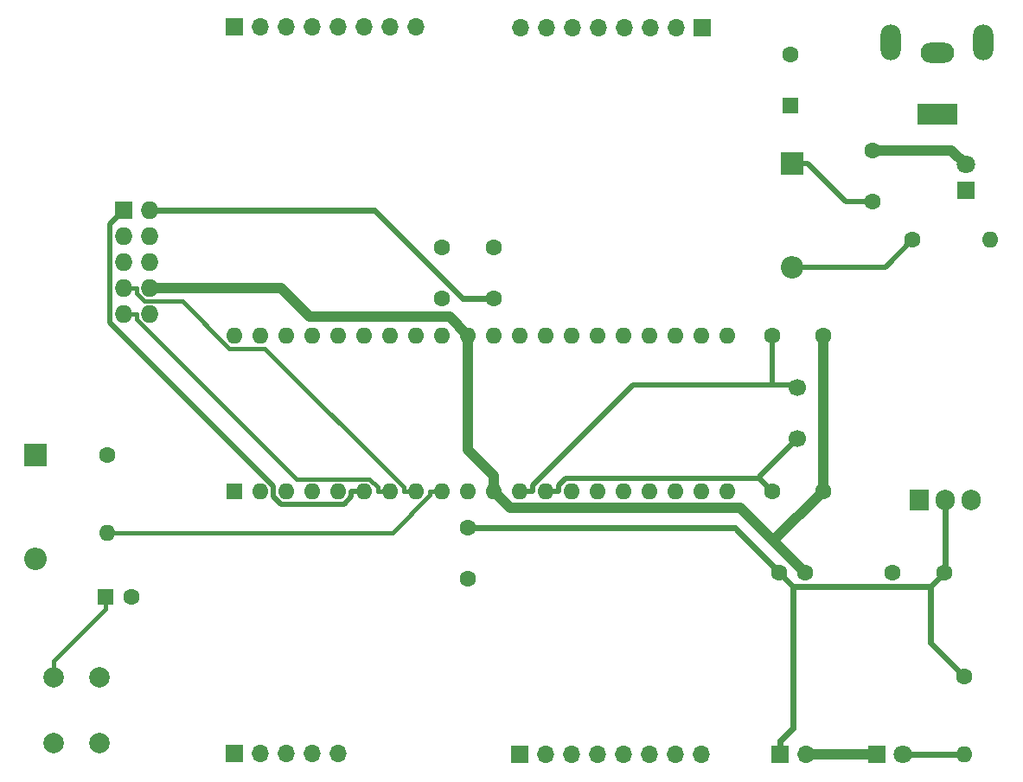
<source format=gbr>
%TF.GenerationSoftware,KiCad,Pcbnew,5.1.4-3.fc30*%
%TF.CreationDate,2019-10-13T04:16:58+02:00*%
%TF.ProjectId,avr_dev_board_atmega16,6176725f-6465-4765-9f62-6f6172645f61,1_0*%
%TF.SameCoordinates,PX2652348PY7832370*%
%TF.FileFunction,Copper,L1,Top*%
%TF.FilePolarity,Positive*%
%FSLAX46Y46*%
G04 Gerber Fmt 4.6, Leading zero omitted, Abs format (unit mm)*
G04 Created by KiCad (PCBNEW 5.1.4-3.fc30) date 2019-10-13 04:16:58*
%MOMM*%
%LPD*%
G04 APERTURE LIST*
%TA.AperFunction,ComponentPad*%
%ADD10O,1.905000X2.000000*%
%TD*%
%TA.AperFunction,ComponentPad*%
%ADD11R,1.905000X2.000000*%
%TD*%
%TA.AperFunction,ComponentPad*%
%ADD12O,1.600000X1.600000*%
%TD*%
%TA.AperFunction,ComponentPad*%
%ADD13C,1.600000*%
%TD*%
%TA.AperFunction,ComponentPad*%
%ADD14O,2.000000X3.500000*%
%TD*%
%TA.AperFunction,ComponentPad*%
%ADD15O,3.300000X2.000000*%
%TD*%
%TA.AperFunction,ComponentPad*%
%ADD16R,4.000000X2.000000*%
%TD*%
%TA.AperFunction,ComponentPad*%
%ADD17C,1.800000*%
%TD*%
%TA.AperFunction,ComponentPad*%
%ADD18R,1.800000X1.800000*%
%TD*%
%TA.AperFunction,ComponentPad*%
%ADD19O,2.200000X2.200000*%
%TD*%
%TA.AperFunction,ComponentPad*%
%ADD20R,2.200000X2.200000*%
%TD*%
%TA.AperFunction,ComponentPad*%
%ADD21R,1.600000X1.600000*%
%TD*%
%TA.AperFunction,ComponentPad*%
%ADD22C,1.700000*%
%TD*%
%TA.AperFunction,ComponentPad*%
%ADD23O,1.727200X1.727200*%
%TD*%
%TA.AperFunction,ComponentPad*%
%ADD24R,1.727200X1.727200*%
%TD*%
%TA.AperFunction,ComponentPad*%
%ADD25O,1.700000X1.700000*%
%TD*%
%TA.AperFunction,ComponentPad*%
%ADD26R,1.700000X1.700000*%
%TD*%
%TA.AperFunction,ComponentPad*%
%ADD27C,2.000000*%
%TD*%
%TA.AperFunction,Conductor*%
%ADD28C,0.400000*%
%TD*%
%TA.AperFunction,Conductor*%
%ADD29C,1.000000*%
%TD*%
%TA.AperFunction,Conductor*%
%ADD30C,0.500000*%
%TD*%
%TA.AperFunction,Conductor*%
%ADD31C,0.600000*%
%TD*%
G04 APERTURE END LIST*
D10*
%TO.P,U2,3*%
%TO.N,Net-(C7-Pad1)*%
X95420400Y28818800D03*
%TO.P,U2,2*%
%TO.N,+5V*%
X92880400Y28818800D03*
D11*
%TO.P,U2,1*%
%TO.N,GND*%
X90340400Y28818800D03*
%TD*%
D12*
%TO.P,R3,2*%
%TO.N,Net-(D4-Pad2)*%
X94765400Y3959800D03*
D13*
%TO.P,R3,1*%
%TO.N,+5V*%
X94765400Y11579800D03*
%TD*%
D12*
%TO.P,R2,2*%
%TO.N,Net-(D2-Pad1)*%
X97289400Y54297600D03*
D13*
%TO.P,R2,1*%
%TO.N,Net-(D3-Pad2)*%
X89669400Y54297600D03*
%TD*%
D12*
%TO.P,R1,2*%
%TO.N,/RESET*%
X10807900Y25654000D03*
D13*
%TO.P,R1,1*%
%TO.N,+5V*%
X10807900Y33274000D03*
%TD*%
D14*
%TO.P,J2,MP*%
%TO.N,N/C*%
X87582400Y73598800D03*
X96582400Y73598800D03*
D15*
%TO.P,J2,2*%
%TO.N,GND*%
X92082400Y72598800D03*
D16*
%TO.P,J2,1*%
%TO.N,Net-(D3-Pad2)*%
X92082400Y66598800D03*
%TD*%
D17*
%TO.P,D4,2*%
%TO.N,Net-(D4-Pad2)*%
X88725400Y3959800D03*
D18*
%TO.P,D4,1*%
%TO.N,GND*%
X86185400Y3959800D03*
%TD*%
D19*
%TO.P,D3,2*%
%TO.N,Net-(D3-Pad2)*%
X77869400Y51648400D03*
D20*
%TO.P,D3,1*%
%TO.N,Net-(C7-Pad1)*%
X77869400Y61808400D03*
%TD*%
D17*
%TO.P,D2,2*%
%TO.N,GND*%
X94899400Y61666100D03*
D18*
%TO.P,D2,1*%
%TO.N,Net-(D2-Pad1)*%
X94899400Y59126100D03*
%TD*%
D13*
%TO.P,C10,2*%
%TO.N,GND*%
X87756400Y21709800D03*
%TO.P,C10,1*%
%TO.N,+5V*%
X92756400Y21709800D03*
%TD*%
%TO.P,C9,2*%
%TO.N,GND*%
X79160400Y21709800D03*
%TO.P,C9,1*%
%TO.N,+5V*%
X76660400Y21709800D03*
%TD*%
%TO.P,C8,2*%
%TO.N,GND*%
X85781400Y63054200D03*
%TO.P,C8,1*%
%TO.N,Net-(C7-Pad1)*%
X85781400Y58054200D03*
%TD*%
%TO.P,C7,2*%
%TO.N,GND*%
X77737400Y72442100D03*
D21*
%TO.P,C7,1*%
%TO.N,Net-(C7-Pad1)*%
X77737400Y67442100D03*
%TD*%
D22*
%TO.P,Y1,2*%
%TO.N,Net-(C3-Pad1)*%
X78433400Y39870200D03*
%TO.P,Y1,1*%
%TO.N,Net-(C2-Pad1)*%
X78433400Y34870200D03*
%TD*%
D13*
%TO.P,C3,2*%
%TO.N,GND*%
X80933400Y44940200D03*
%TO.P,C3,1*%
%TO.N,Net-(C3-Pad1)*%
X75933400Y44940200D03*
%TD*%
%TO.P,C2,2*%
%TO.N,GND*%
X80933400Y29700200D03*
%TO.P,C2,1*%
%TO.N,Net-(C2-Pad1)*%
X75933400Y29700200D03*
%TD*%
D23*
%TO.P,J1,10*%
%TO.N,GND*%
X15011600Y47040800D03*
%TO.P,J1,9*%
%TO.N,/MISO*%
X12471600Y47040800D03*
%TO.P,J1,8*%
%TO.N,GND*%
X15011600Y49580800D03*
%TO.P,J1,7*%
%TO.N,/SCK*%
X12471600Y49580800D03*
%TO.P,J1,6*%
%TO.N,GND*%
X15011600Y52120800D03*
%TO.P,J1,5*%
%TO.N,/RESET*%
X12471600Y52120800D03*
%TO.P,J1,4*%
%TO.N,GND*%
X15011600Y54660800D03*
%TO.P,J1,3*%
%TO.N,Net-(J1-Pad3)*%
X12471600Y54660800D03*
%TO.P,J1,2*%
%TO.N,+5V*%
X15011600Y57200800D03*
D24*
%TO.P,J1,1*%
%TO.N,/MOSI*%
X12471600Y57200800D03*
%TD*%
D25*
%TO.P,J6,2*%
%TO.N,GND*%
X79286400Y3959800D03*
D26*
%TO.P,J6,1*%
%TO.N,+5V*%
X76746400Y3959800D03*
%TD*%
D25*
%TO.P,J7,8*%
%TO.N,/PD7*%
X69026300Y3959800D03*
%TO.P,J7,7*%
%TO.N,/PD6*%
X66486300Y3959800D03*
%TO.P,J7,6*%
%TO.N,/PD5*%
X63946300Y3959800D03*
%TO.P,J7,5*%
%TO.N,/PD4*%
X61406300Y3959800D03*
%TO.P,J7,4*%
%TO.N,/PD3*%
X58866300Y3959800D03*
%TO.P,J7,3*%
%TO.N,/PD2*%
X56326300Y3959800D03*
%TO.P,J7,2*%
%TO.N,/PD1*%
X53786300Y3959800D03*
D26*
%TO.P,J7,1*%
%TO.N,/PD0*%
X51246300Y3959800D03*
%TD*%
D25*
%TO.P,J4,8*%
%TO.N,/PC7*%
X51346400Y75079400D03*
%TO.P,J4,7*%
%TO.N,/PC6*%
X53886400Y75079400D03*
%TO.P,J4,6*%
%TO.N,/PC5*%
X56426400Y75079400D03*
%TO.P,J4,5*%
%TO.N,/PC4*%
X58966400Y75079400D03*
%TO.P,J4,4*%
%TO.N,/PC3*%
X61506400Y75079400D03*
%TO.P,J4,3*%
%TO.N,/PC2*%
X64046400Y75079400D03*
%TO.P,J4,2*%
%TO.N,/PC1*%
X66586400Y75079400D03*
D26*
%TO.P,J4,1*%
%TO.N,/PC0*%
X69126400Y75079400D03*
%TD*%
D25*
%TO.P,J3,8*%
%TO.N,/PA7*%
X41072000Y75129400D03*
%TO.P,J3,7*%
%TO.N,/PA6*%
X38532000Y75129400D03*
%TO.P,J3,6*%
%TO.N,/PA5*%
X35992000Y75129400D03*
%TO.P,J3,5*%
%TO.N,/PA4*%
X33452000Y75129400D03*
%TO.P,J3,4*%
%TO.N,/PA3*%
X30912000Y75129400D03*
%TO.P,J3,3*%
%TO.N,/PA2*%
X28372000Y75129400D03*
%TO.P,J3,2*%
%TO.N,/PA1*%
X25832000Y75129400D03*
D26*
%TO.P,J3,1*%
%TO.N,/PA0*%
X23292000Y75129400D03*
%TD*%
D25*
%TO.P,J5,5*%
%TO.N,/PB4*%
X33452000Y4009800D03*
%TO.P,J5,4*%
%TO.N,/PB3*%
X30912000Y4009800D03*
%TO.P,J5,3*%
%TO.N,/PB2*%
X28372000Y4009800D03*
%TO.P,J5,2*%
%TO.N,/PB1*%
X25832000Y4009800D03*
D26*
%TO.P,J5,1*%
%TO.N,/PB0*%
X23292000Y4009800D03*
%TD*%
D27*
%TO.P,SW1,1*%
%TO.N,GND*%
X10113600Y5005800D03*
%TO.P,SW1,2*%
%TO.N,/RESET*%
X5613600Y5005800D03*
%TO.P,SW1,1*%
%TO.N,GND*%
X10113600Y11505800D03*
%TO.P,SW1,2*%
%TO.N,/RESET*%
X5613600Y11505800D03*
%TD*%
D13*
%TO.P,C1,2*%
%TO.N,GND*%
X13168200Y19354800D03*
D21*
%TO.P,C1,1*%
%TO.N,/RESET*%
X10668200Y19354800D03*
%TD*%
D13*
%TO.P,C4,2*%
%TO.N,GND*%
X43612000Y53597800D03*
%TO.P,C4,1*%
%TO.N,Net-(C4-Pad1)*%
X43612000Y48597800D03*
%TD*%
%TO.P,C5,2*%
%TO.N,GND*%
X46152000Y21098000D03*
%TO.P,C5,1*%
%TO.N,+5V*%
X46152000Y26098000D03*
%TD*%
%TO.P,C6,2*%
%TO.N,+5V*%
X48692000Y48597800D03*
%TO.P,C6,1*%
%TO.N,GND*%
X48692000Y53597800D03*
%TD*%
D19*
%TO.P,D1,2*%
%TO.N,/RESET*%
X3822900Y23114000D03*
D20*
%TO.P,D1,1*%
%TO.N,+5V*%
X3822900Y33274000D03*
%TD*%
D12*
%TO.P,U1,40*%
%TO.N,/PA0*%
X23292000Y44940200D03*
%TO.P,U1,20*%
%TO.N,/PD6*%
X71552000Y29700200D03*
%TO.P,U1,39*%
%TO.N,/PA1*%
X25832000Y44940200D03*
%TO.P,U1,19*%
%TO.N,/PD5*%
X69012000Y29700200D03*
%TO.P,U1,38*%
%TO.N,/PA2*%
X28372000Y44940200D03*
%TO.P,U1,18*%
%TO.N,/PD4*%
X66472000Y29700200D03*
%TO.P,U1,37*%
%TO.N,/PA3*%
X30912000Y44940200D03*
%TO.P,U1,17*%
%TO.N,/PD3*%
X63932000Y29700200D03*
%TO.P,U1,36*%
%TO.N,/PA4*%
X33452000Y44940200D03*
%TO.P,U1,16*%
%TO.N,/PD2*%
X61392000Y29700200D03*
%TO.P,U1,35*%
%TO.N,/PA5*%
X35992000Y44940200D03*
%TO.P,U1,15*%
%TO.N,/PD1*%
X58852000Y29700200D03*
%TO.P,U1,34*%
%TO.N,/PA6*%
X38532000Y44940200D03*
%TO.P,U1,14*%
%TO.N,/PD0*%
X56312000Y29700200D03*
%TO.P,U1,33*%
%TO.N,/PA7*%
X41072000Y44940200D03*
%TO.P,U1,13*%
%TO.N,Net-(C2-Pad1)*%
X53772000Y29700200D03*
%TO.P,U1,32*%
%TO.N,Net-(C4-Pad1)*%
X43612000Y44940200D03*
%TO.P,U1,12*%
%TO.N,Net-(C3-Pad1)*%
X51232000Y29700200D03*
%TO.P,U1,31*%
%TO.N,GND*%
X46152000Y44940200D03*
%TO.P,U1,11*%
X48692000Y29700200D03*
%TO.P,U1,30*%
%TO.N,+5V*%
X48692000Y44940200D03*
%TO.P,U1,10*%
X46152000Y29700200D03*
%TO.P,U1,29*%
%TO.N,/PC7*%
X51232000Y44940200D03*
%TO.P,U1,9*%
%TO.N,/RESET*%
X43612000Y29700200D03*
%TO.P,U1,28*%
%TO.N,/PC6*%
X53772000Y44940200D03*
%TO.P,U1,8*%
%TO.N,/SCK*%
X41072000Y29700200D03*
%TO.P,U1,27*%
%TO.N,/PC5*%
X56312000Y44940200D03*
%TO.P,U1,7*%
%TO.N,/MISO*%
X38532000Y29700200D03*
%TO.P,U1,26*%
%TO.N,/PC4*%
X58852000Y44940200D03*
%TO.P,U1,6*%
%TO.N,/MOSI*%
X35992000Y29700200D03*
%TO.P,U1,25*%
%TO.N,/PC3*%
X61392000Y44940200D03*
%TO.P,U1,5*%
%TO.N,/PB4*%
X33452000Y29700200D03*
%TO.P,U1,24*%
%TO.N,/PC2*%
X63932000Y44940200D03*
%TO.P,U1,4*%
%TO.N,/PB3*%
X30912000Y29700200D03*
%TO.P,U1,23*%
%TO.N,/PC1*%
X66472000Y44940200D03*
%TO.P,U1,3*%
%TO.N,/PB2*%
X28372000Y29700200D03*
%TO.P,U1,22*%
%TO.N,/PC0*%
X69012000Y44940200D03*
%TO.P,U1,2*%
%TO.N,/PB1*%
X25832000Y29700200D03*
%TO.P,U1,21*%
%TO.N,/PD7*%
X71552000Y44940200D03*
D21*
%TO.P,U1,1*%
%TO.N,/PB0*%
X23292000Y29700200D03*
%TD*%
D28*
%TO.N,/RESET*%
X10668200Y19354800D02*
X10668200Y18154500D01*
X10668200Y18154500D02*
X5613600Y13099900D01*
X5613600Y13099900D02*
X5613600Y11505800D01*
X42411700Y29700200D02*
X42411700Y29325100D01*
X42411700Y29325100D02*
X38740600Y25654000D01*
X38740600Y25654000D02*
X10807900Y25654000D01*
X43612000Y29700200D02*
X42411700Y29700200D01*
D29*
%TO.N,GND*%
X79286400Y3959800D02*
X86185400Y3959800D01*
X85781400Y63054200D02*
X93511300Y63054200D01*
X93511300Y63054200D02*
X94899400Y61666100D01*
X80933400Y29700200D02*
X80933400Y44940200D01*
X76051700Y24818500D02*
X80933400Y29700200D01*
X46152000Y44940200D02*
X44323200Y46769000D01*
X44323200Y46769000D02*
X30634800Y46769000D01*
X30634800Y46769000D02*
X27823000Y49580800D01*
X27823000Y49580800D02*
X15011600Y49580800D01*
X48692000Y31200500D02*
X46152000Y33740500D01*
X46152000Y33740500D02*
X46152000Y44940200D01*
X48692000Y29700200D02*
X48692000Y31200500D01*
X76051700Y24818500D02*
X72785600Y28084600D01*
X72785600Y28084600D02*
X50307600Y28084600D01*
X50307600Y28084600D02*
X48692000Y29700200D01*
X76051700Y24818500D02*
X79160400Y21709800D01*
D30*
%TO.N,Net-(C2-Pad1)*%
X74683000Y30950600D02*
X75933400Y29700200D01*
X55022300Y29700200D02*
X55022300Y30247200D01*
X55022300Y30247200D02*
X55725700Y30950600D01*
X55725700Y30950600D02*
X74683000Y30950600D01*
X74683000Y30950600D02*
X74683000Y31119800D01*
X74683000Y31119800D02*
X78433400Y34870200D01*
X53772000Y29700200D02*
X55022300Y29700200D01*
D31*
%TO.N,+5V*%
X91456000Y20409400D02*
X92756400Y21709800D01*
X77960800Y20409400D02*
X91456000Y20409400D01*
X91456000Y20409400D02*
X91456000Y14889200D01*
X91456000Y14889200D02*
X94765400Y11579800D01*
X76746400Y3959800D02*
X76746400Y5310100D01*
X77960800Y20409400D02*
X77960800Y6524500D01*
X77960800Y6524500D02*
X76746400Y5310100D01*
X76660400Y21709800D02*
X77960800Y20409400D01*
X46152000Y26098000D02*
X72272200Y26098000D01*
X72272200Y26098000D02*
X76660400Y21709800D01*
X92756400Y21709800D02*
X92880400Y21833800D01*
X92880400Y21833800D02*
X92880400Y28818800D01*
X48692000Y48597800D02*
X45601500Y48597800D01*
X45601500Y48597800D02*
X36998500Y57200800D01*
X36998500Y57200800D02*
X15011600Y57200800D01*
D30*
%TO.N,Net-(D3-Pad2)*%
X77869400Y51648400D02*
X87020200Y51648400D01*
X87020200Y51648400D02*
X89669400Y54297600D01*
%TO.N,/MOSI*%
X35992000Y29700200D02*
X34741700Y29700200D01*
X34741700Y29700200D02*
X34741700Y29153200D01*
X34741700Y29153200D02*
X34009400Y28420900D01*
X34009400Y28420900D02*
X27865200Y28420900D01*
X27865200Y28420900D02*
X27102000Y29184100D01*
X27102000Y29184100D02*
X27102000Y30210000D01*
X27102000Y30210000D02*
X11099300Y46212700D01*
X11099300Y46212700D02*
X11099300Y55828500D01*
X11099300Y55828500D02*
X12471600Y57200800D01*
D28*
%TO.N,/SCK*%
X12471600Y49580800D02*
X13735500Y49580800D01*
X41072000Y29700200D02*
X39871700Y29700200D01*
X39871700Y29700200D02*
X39871700Y30075300D01*
X39871700Y30075300D02*
X26254100Y43692900D01*
X26254100Y43692900D02*
X22806600Y43692900D01*
X22806600Y43692900D02*
X18188700Y48310800D01*
X18188700Y48310800D02*
X14481800Y48310800D01*
X14481800Y48310800D02*
X13735500Y49057100D01*
X13735500Y49057100D02*
X13735500Y49580800D01*
%TO.N,/MISO*%
X12471600Y47040800D02*
X13735500Y47040800D01*
X38532000Y29700200D02*
X37331700Y29700200D01*
X37331700Y29700200D02*
X37331700Y30075400D01*
X37331700Y30075400D02*
X36506600Y30900500D01*
X36506600Y30900500D02*
X29352100Y30900500D01*
X29352100Y30900500D02*
X13735500Y46517100D01*
X13735500Y46517100D02*
X13735500Y47040800D01*
D30*
%TO.N,Net-(C7-Pad1)*%
X77869400Y61808400D02*
X79419700Y61808400D01*
X85781400Y58054200D02*
X83173900Y58054200D01*
X83173900Y58054200D02*
X79419700Y61808400D01*
%TO.N,Net-(C3-Pad1)*%
X75933400Y40105400D02*
X78198200Y40105400D01*
X78198200Y40105400D02*
X78433400Y39870200D01*
X52482300Y29700200D02*
X52482300Y30247200D01*
X52482300Y30247200D02*
X62340500Y40105400D01*
X62340500Y40105400D02*
X75933400Y40105400D01*
X75933400Y40105400D02*
X75933400Y44940200D01*
X51232000Y29700200D02*
X52482300Y29700200D01*
D31*
%TO.N,Net-(D4-Pad2)*%
X88725400Y3959800D02*
X94765400Y3959800D01*
%TD*%
M02*

</source>
